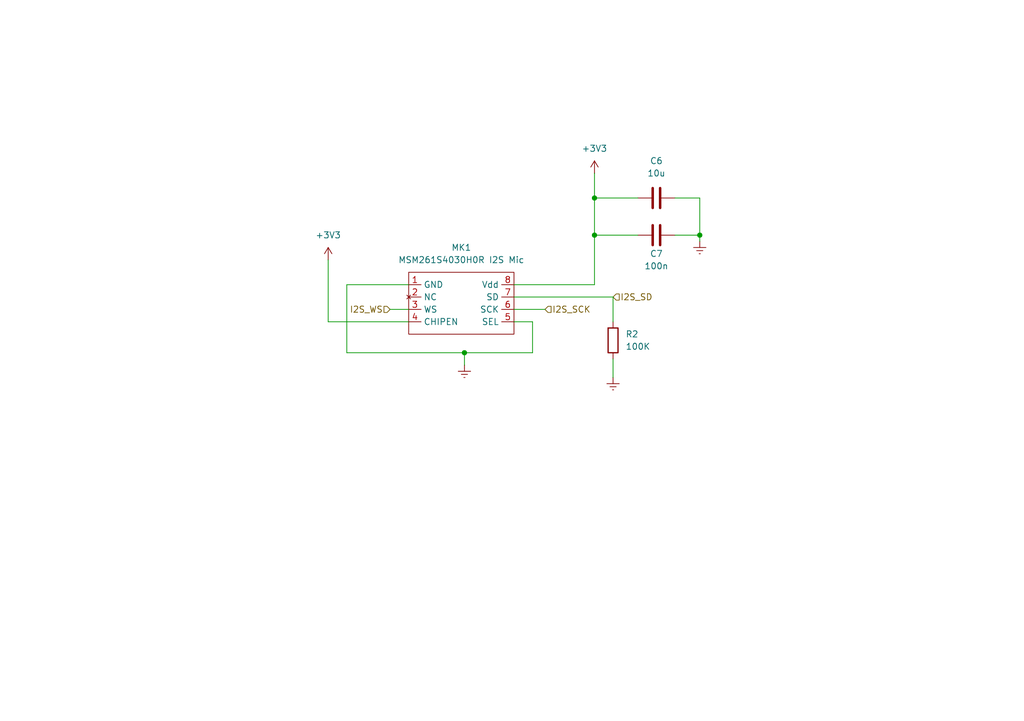
<source format=kicad_sch>
(kicad_sch (version 20250114) (generator "eeschema") (generator_version "9.0")
  (paper "A5")
  (title_block (title "I2S Mic") (date "2024-11-18") (rev "v01") (comment 4 "Same as Fermion I2S mic breakout board"))
  (lib_symbols
    (symbol "Custom_Symbols:MSM261S4030H0R_I2S_Mic"
      (property "Reference" "MK" (at 10.414 -0.254 0))
      (property "Value" "MSM261S4030H0R I2S Mic" (at 0 0 0))
      (symbol "MSM261S4030H0R_I2S_Mic_0_1"
        (rectangle (start 0 -1.27) (end 21.59 -13.97))
      )
      (symbol "MSM261S4030H0R_I2S_Mic_1_1"
        (pin power_in line (at 0 -3.81 0) (length 2.54) (name "GND") (number "1"))
        (pin no_connect line (at 0 -6.35 0) (length 2.54) (name "NC") (number "2"))
        (pin input line (at 0 -8.89 0) (length 2.54) (name "WS") (number "3"))
        (pin input line (at 0 -11.43 0) (length 2.54) (name "CHIPEN") (number "4"))
        (pin power_in line (at 21.59 -3.81 180) (length 2.54) (name "Vdd") (number "8"))
        (pin output line (at 21.59 -6.35 180) (length 2.54) (name "SD") (number "7"))
        (pin input line (at 21.59 -8.89 180) (length 2.54) (name "SCK") (number "6"))
        (pin input line (at 21.59 -11.43 180) (length 2.54) (name "SEL") (number "5"))
      )
    )
    (symbol "Device:C" (pin_numbers (hide yes)) (pin_names (offset 0.254))
      (property "Reference" "C" (at 0.635 2.54 0))
      (property "Value" "C" (at 0.635 -2.54 0))
      (symbol "C_0_1"
        (polyline (pts (xy -2.032 0.762) (xy 2.032 0.762)) (stroke (width 0.508)))
        (polyline (pts (xy -2.032 -0.762) (xy 2.032 -0.762)) (stroke (width 0.508)))
      )
      (symbol "C_1_1"
        (pin passive line (at 0 3.81 270) (length 2.794) (name "~") (number "1"))
        (pin passive line (at 0 -3.81 90) (length 2.794) (name "~") (number "2"))
      )
    )
    (symbol "Device:R" (pin_numbers (hide yes)) (pin_names (offset 0))
      (property "Reference" "R" (at 2.032 0 90))
      (property "Value" "R" (at 0 0 90))
      (symbol "R_0_1"
        (rectangle (start -1.016 -2.54) (end 1.016 2.54) (stroke (width 0.254)))
      )
      (symbol "R_1_1"
        (pin passive line (at 0 3.81 270) (length 1.27) (name "~") (number "1"))
        (pin passive line (at 0 -3.81 90) (length 1.27) (name "~") (number "2"))
      )
    )
    (symbol "power:+3V3" (power) (pin_numbers (hide yes)) (pin_names (offset 0) (hide yes))
      (property "Value" "+3V3" (at 0 3.556 0))
      (symbol "+3V3_0_1"
        (polyline (pts (xy -0.762 1.27) (xy 0 2.54)))
        (polyline (pts (xy 0 2.54) (xy 0.762 1.27)))
        (polyline (pts (xy 0 0) (xy 0 2.54)))
      )
      (symbol "+3V3_1_1"
        (pin power_in line (at 0 0 90) (length 0) (name "~") (number "1"))
      )
    )
    (symbol "power:GNDREF" (power) (pin_numbers (hide yes)) (pin_names (offset 0) (hide yes))
      (property "Value" "GNDREF" (at 0 -3.81 0))
      (symbol "GNDREF_0_1"
        (polyline (pts (xy -0.635 -1.905) (xy 0.635 -1.905)))
        (polyline (pts (xy -0.127 -2.54) (xy 0.127 -2.54)))
        (polyline (pts (xy 0 -1.27) (xy 0 0)))
        (polyline (pts (xy 1.27 -1.27) (xy -1.27 -1.27)))
      )
      (symbol "GNDREF_1_1"
        (pin power_in line (at 0 0 270) (length 0) (name "~") (number "1"))
      )
    )
  )
  (junction (at 121.92 40.64))
  (junction (at 95.25 72.39))
  (junction (at 143.51 48.26))
  (junction (at 121.92 48.26))
  (wire (pts (xy 143.51 48.26) (xy 143.51 49.53)))
  (wire (pts (xy 125.73 73.66) (xy 125.73 77.47)))
  (wire (pts (xy 105.41 58.42) (xy 121.92 58.42)))
  (wire (pts (xy 121.92 40.64) (xy 130.81 40.64)))
  (wire (pts (xy 105.41 66.04) (xy 109.22 66.04)))
  (wire (pts (xy 121.92 48.26) (xy 121.92 58.42)))
  (wire (pts (xy 80.01 63.5) (xy 83.82 63.5)))
  (wire (pts (xy 121.92 48.26) (xy 130.81 48.26)))
  (wire (pts (xy 121.92 35.56) (xy 121.92 40.64)))
  (wire (pts (xy 105.41 63.5) (xy 111.76 63.5)))
  (wire (pts (xy 105.41 60.96) (xy 125.73 60.96)))
  (wire (pts (xy 83.82 58.42) (xy 71.12 58.42)))
  (wire (pts (xy 109.22 72.39) (xy 95.25 72.39)))
  (wire (pts (xy 83.82 66.04) (xy 67.31 66.04)))
  (wire (pts (xy 67.31 53.34) (xy 67.31 66.04)))
  (wire (pts (xy 121.92 40.64) (xy 121.92 48.26)))
  (wire (pts (xy 143.51 40.64) (xy 143.51 48.26)))
  (wire (pts (xy 109.22 66.04) (xy 109.22 72.39)))
  (wire (pts (xy 71.12 72.39) (xy 95.25 72.39)))
  (wire (pts (xy 138.43 40.64) (xy 143.51 40.64)))
  (wire (pts (xy 138.43 48.26) (xy 143.51 48.26)))
  (wire (pts (xy 95.25 72.39) (xy 95.25 74.93)))
  (wire (pts (xy 71.12 58.42) (xy 71.12 72.39)))
  (wire (pts (xy 125.73 60.96) (xy 125.73 66.04)))
  (hierarchical_label "I2S_SD" (shape input) (at 125.73 60.96 0))
  (hierarchical_label "I2S_WS" (shape input) (at 80.01 63.5 180))
  (hierarchical_label "I2S_SCK" (shape input) (at 111.76 63.5 0))
  (symbol (lib_id "Custom_Symbols:MSM261S4030H0R_I2S_Mic") (at 83.82 54.61 0) (unit 1)
    (property "Reference" "MK1" (at 94.615 50.8 0))
    (property "Value" "MSM261S4030H0R I2S Mic" (at 94.615 53.34 0))
    (property "Footprint" "spekky_matrix:LGA-8_2x4_3.0x4.0mm_P1.0mm" (effects (hide yes)))
    (property "Datasheet" "https://www.denovocn.com/sites/default/files/MSM261S4030H0R.pdf" (effects (hide yes)))
    (property "Description" "I2S digital output MEMS microphone with Multi‐modes. MSM261S4030H0R is an omnidirectional, top‐ported, I2S digital output MEMS microphone. It has high performance and reliability." (effects (hide yes)))
  )
  (symbol (lib_id "power:+3V3") (at 67.31 53.34 0) (unit 1)
    (property "Reference" "#PWR06" (effects (hide yes)))
    (property "Value" "+3V3" (at 67.31 48.26 0))
    (property "Description" "Power symbol creates a global label with name \"+3V3\"" (effects (hide yes)))
  )
  (symbol (lib_id "power:+3V3") (at 121.92 35.56 0) (mirror y) (unit 1)
    (property "Reference" "#PWR014" (effects (hide yes)))
    (property "Value" "+3V3" (at 121.92 30.48 0))
    (property "Description" "Power symbol creates a global label with name \"+3V3\"" (effects (hide yes)))
  )
  (symbol (lib_id "Device:C") (at 134.62 48.26 270) (unit 1)
    (property "Reference" "C7" (at 134.62 52.07 90))
    (property "Value" "100n" (at 134.62 54.61 90))
    (property "Footprint" "Capacitor_SMD:C_0603_1608Metric" (effects (hide yes)))
    (property "Description" "Unpolarized capacitor" (effects (hide yes)))
  )
  (symbol (lib_id "Device:R") (at 125.73 69.85 180) (unit 1)
    (property "Reference" "R2" (at 128.27 68.5799 0) (effects (justify right)))
    (property "Value" "100K" (at 128.27 71.1199 0) (effects (justify right)))
    (property "Footprint" "Resistor_SMD:R_0603_1608Metric" (effects (hide yes)))
    (property "Description" "Resistor" (effects (hide yes)))
  )
  (symbol (lib_id "power:GNDREF") (at 95.25 74.93 0) (unit 1)
    (property "Reference" "#PWR013" (effects (hide yes)))
    (property "Value" "GND" (effects (hide yes)))
    (property "Description" "Power symbol creates a global label with name \"GNDREF\" , reference supply ground" (effects (hide yes)))
  )
  (symbol (lib_id "power:GNDREF") (at 125.73 77.47 0) (unit 1)
    (property "Reference" "#PWR015" (effects (hide yes)))
    (property "Value" "GND" (effects (hide yes)))
    (property "Description" "Power symbol creates a global label with name \"GNDREF\" , reference supply ground" (effects (hide yes)))
  )
  (symbol (lib_id "power:GNDREF") (at 143.51 49.53 0) (unit 1)
    (property "Reference" "#PWR016" (effects (hide yes)))
    (property "Value" "GND" (effects (hide yes)))
    (property "Description" "Power symbol creates a global label with name \"GNDREF\" , reference supply ground" (effects (hide yes)))
  )
  (symbol (lib_id "Device:C") (at 134.62 40.64 270) (unit 1)
    (property "Reference" "C6" (at 134.62 33.02 90))
    (property "Value" "10u" (at 134.62 35.56 90))
    (property "Footprint" "Capacitor_SMD:C_0603_1608Metric" (effects (hide yes)))
    (property "Description" "Unpolarized capacitor" (effects (hide yes)))
  )
)
</source>
